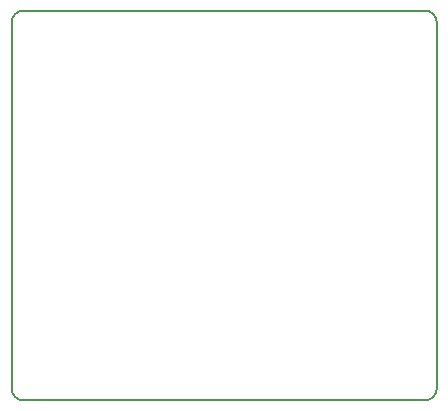
<source format=gm1>
G04 #@! TF.GenerationSoftware,KiCad,Pcbnew,(5.1.2)-1*
G04 #@! TF.CreationDate,2024-07-03T21:07:47+09:00*
G04 #@! TF.ProjectId,IR,49522e6b-6963-4616-945f-706362585858,v1.3*
G04 #@! TF.SameCoordinates,Original*
G04 #@! TF.FileFunction,Profile,NP*
%FSLAX46Y46*%
G04 Gerber Fmt 4.6, Leading zero omitted, Abs format (unit mm)*
G04 Created by KiCad (PCBNEW (5.1.2)-1) date 2024-07-03 21:07:47*
%MOMM*%
%LPD*%
G04 APERTURE LIST*
%ADD10C,0.150000*%
G04 APERTURE END LIST*
D10*
X177000000Y-126000000D02*
X177000000Y-95000000D01*
X212000000Y-94000000D02*
X178000000Y-94000000D01*
X213000000Y-126000000D02*
X213000000Y-95000000D01*
X212000000Y-127000000D02*
X178000000Y-127000000D01*
X177000000Y-126000000D02*
G75*
G03X178000000Y-127000000I1000000J0D01*
G01*
X212000000Y-127000000D02*
G75*
G03X213000000Y-126000000I0J1000000D01*
G01*
X178000000Y-94000000D02*
G75*
G03X177000000Y-95000000I0J-1000000D01*
G01*
X213000000Y-95000000D02*
G75*
G03X212000000Y-94000000I-1000000J0D01*
G01*
M02*

</source>
